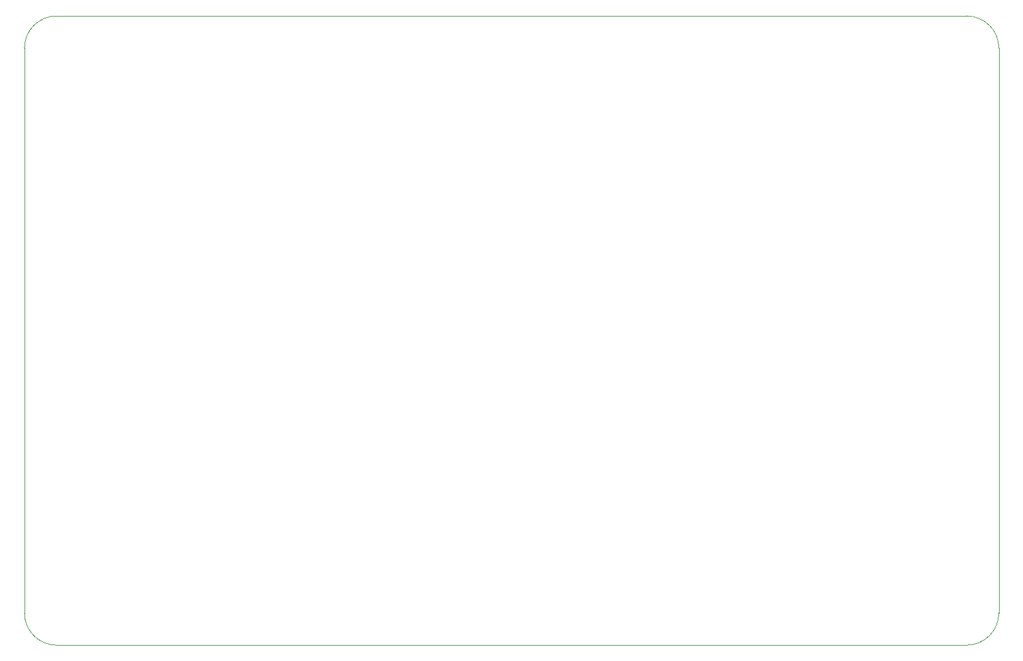
<source format=gbr>
%TF.GenerationSoftware,Altium Limited,Altium Designer,23.6.0 (18)*%
G04 Layer_Color=0*
%FSLAX45Y45*%
%MOMM*%
%TF.SameCoordinates,DACBD49B-6CD5-42DE-81B8-5418E1F3F2F4*%
%TF.FilePolarity,Positive*%
%TF.FileFunction,Profile,NP*%
%TF.Part,Single*%
G01*
G75*
%TA.AperFunction,Profile*%
%ADD174C,0.02540*%
D174*
X6387697Y5759458D02*
G03*
X6832195Y5314959I444497J-2D01*
G01*
X19386549Y5314950D01*
D02*
G03*
X19831047Y5759447I0J444497D01*
G01*
X19831050Y13550900D01*
D02*
G03*
X19386549Y13995399I-444500J-0D01*
G01*
X6832196Y13995401D01*
D02*
G03*
X6387696Y13550908I-6J-444495D01*
G01*
X6387697Y5759458D01*
%TF.MD5,56fee7a636674d8d54a42d89ea403e13*%
M02*

</source>
